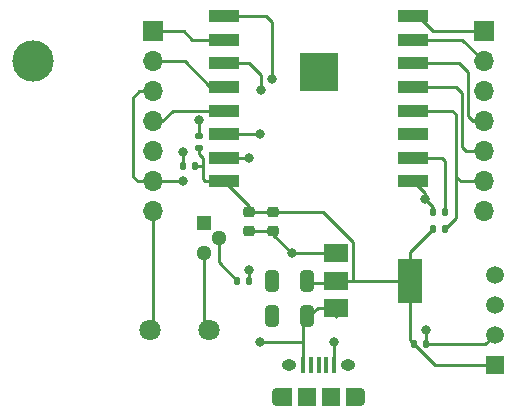
<source format=gbr>
%TF.GenerationSoftware,KiCad,Pcbnew,6.0.8-f2edbf62ab~116~ubuntu22.04.1*%
%TF.CreationDate,2022-10-18T20:55:33+08:00*%
%TF.ProjectId,HMT-1,484d542d-312e-46b6-9963-61645f706362,0*%
%TF.SameCoordinates,Original*%
%TF.FileFunction,Copper,L1,Top*%
%TF.FilePolarity,Positive*%
%FSLAX46Y46*%
G04 Gerber Fmt 4.6, Leading zero omitted, Abs format (unit mm)*
G04 Created by KiCad (PCBNEW 6.0.8-f2edbf62ab~116~ubuntu22.04.1) date 2022-10-18 20:55:33*
%MOMM*%
%LPD*%
G01*
G04 APERTURE LIST*
G04 Aperture macros list*
%AMRoundRect*
0 Rectangle with rounded corners*
0 $1 Rounding radius*
0 $2 $3 $4 $5 $6 $7 $8 $9 X,Y pos of 4 corners*
0 Add a 4 corners polygon primitive as box body*
4,1,4,$2,$3,$4,$5,$6,$7,$8,$9,$2,$3,0*
0 Add four circle primitives for the rounded corners*
1,1,$1+$1,$2,$3*
1,1,$1+$1,$4,$5*
1,1,$1+$1,$6,$7*
1,1,$1+$1,$8,$9*
0 Add four rect primitives between the rounded corners*
20,1,$1+$1,$2,$3,$4,$5,0*
20,1,$1+$1,$4,$5,$6,$7,0*
20,1,$1+$1,$6,$7,$8,$9,0*
20,1,$1+$1,$8,$9,$2,$3,0*%
G04 Aperture macros list end*
%TA.AperFunction,SMDPad,CuDef*%
%ADD10RoundRect,0.135000X0.135000X0.185000X-0.135000X0.185000X-0.135000X-0.185000X0.135000X-0.185000X0*%
%TD*%
%TA.AperFunction,ComponentPad*%
%ADD11C,3.500000*%
%TD*%
%TA.AperFunction,ComponentPad*%
%ADD12C,1.800000*%
%TD*%
%TA.AperFunction,SMDPad,CuDef*%
%ADD13RoundRect,0.225000X0.250000X-0.225000X0.250000X0.225000X-0.250000X0.225000X-0.250000X-0.225000X0*%
%TD*%
%TA.AperFunction,ComponentPad*%
%ADD14R,1.700000X1.700000*%
%TD*%
%TA.AperFunction,ComponentPad*%
%ADD15O,1.700000X1.700000*%
%TD*%
%TA.AperFunction,SMDPad,CuDef*%
%ADD16RoundRect,0.250000X0.325000X0.650000X-0.325000X0.650000X-0.325000X-0.650000X0.325000X-0.650000X0*%
%TD*%
%TA.AperFunction,SMDPad,CuDef*%
%ADD17RoundRect,0.225000X-0.250000X0.225000X-0.250000X-0.225000X0.250000X-0.225000X0.250000X0.225000X0*%
%TD*%
%TA.AperFunction,SMDPad,CuDef*%
%ADD18RoundRect,0.135000X0.185000X-0.135000X0.185000X0.135000X-0.185000X0.135000X-0.185000X-0.135000X0*%
%TD*%
%TA.AperFunction,SMDPad,CuDef*%
%ADD19R,2.000000X1.500000*%
%TD*%
%TA.AperFunction,SMDPad,CuDef*%
%ADD20R,2.000000X3.800000*%
%TD*%
%TA.AperFunction,ComponentPad*%
%ADD21R,1.500000X1.500000*%
%TD*%
%TA.AperFunction,ComponentPad*%
%ADD22C,1.500000*%
%TD*%
%TA.AperFunction,SMDPad,CuDef*%
%ADD23R,0.400000X1.350000*%
%TD*%
%TA.AperFunction,SMDPad,CuDef*%
%ADD24R,1.500000X1.550000*%
%TD*%
%TA.AperFunction,ComponentPad*%
%ADD25O,0.890000X1.550000*%
%TD*%
%TA.AperFunction,ComponentPad*%
%ADD26O,1.250000X0.950000*%
%TD*%
%TA.AperFunction,SMDPad,CuDef*%
%ADD27R,1.200000X1.550000*%
%TD*%
%TA.AperFunction,ComponentPad*%
%ADD28R,1.300000X1.300000*%
%TD*%
%TA.AperFunction,ComponentPad*%
%ADD29C,1.300000*%
%TD*%
%TA.AperFunction,SMDPad,CuDef*%
%ADD30R,2.600000X1.100000*%
%TD*%
%TA.AperFunction,SMDPad,CuDef*%
%ADD31R,3.200000X3.200000*%
%TD*%
%TA.AperFunction,ViaPad*%
%ADD32C,0.800000*%
%TD*%
%TA.AperFunction,Conductor*%
%ADD33C,0.250000*%
%TD*%
G04 APERTURE END LIST*
D10*
%TO.P,R5,1*%
%TO.N,Net-(R5-Pad1)*%
X130210000Y-117600000D03*
%TO.P,R5,2*%
%TO.N,GND*%
X129190000Y-117600000D03*
%TD*%
%TO.P,R2,1*%
%TO.N,IO13*%
X113610000Y-123400000D03*
%TO.P,R2,2*%
%TO.N,Net-(Q1-Pad2)*%
X112590000Y-123400000D03*
%TD*%
D11*
%TO.P,REF\u002A\u002A,1*%
%TO.N,N/C*%
X95300000Y-104800000D03*
%TD*%
D10*
%TO.P,R1,1*%
%TO.N,IO12*%
X128610000Y-128800000D03*
%TO.P,R1,2*%
%TO.N,+3.3V*%
X127590000Y-128800000D03*
%TD*%
D12*
%TO.P,BZ1,1,-*%
%TO.N,BZV*%
X105200000Y-127600000D03*
%TO.P,BZ1,2,+*%
%TO.N,Net-(BZ1-Pad2)*%
X110200000Y-127600000D03*
%TD*%
D13*
%TO.P,C3,1*%
%TO.N,GND*%
X113600000Y-119175000D03*
%TO.P,C3,2*%
%TO.N,+3.3V*%
X113600000Y-117625000D03*
%TD*%
D14*
%TO.P,J3,1,Pin_1*%
%TO.N,TXD*%
X133470000Y-102300000D03*
D15*
%TO.P,J3,2,Pin_2*%
%TO.N,RXD*%
X133470000Y-104840000D03*
%TO.P,J3,3,Pin_3*%
%TO.N,GND*%
X133470000Y-107380000D03*
%TO.P,J3,4,Pin_4*%
%TO.N,IO5*%
X133470000Y-109920000D03*
%TO.P,J3,5,Pin_5*%
%TO.N,IO4*%
X133470000Y-112460000D03*
%TO.P,J3,6,Pin_6*%
%TO.N,IO0*%
X133470000Y-115000000D03*
%TO.P,J3,7,Pin_7*%
%TO.N,GND*%
X133470000Y-117540000D03*
%TD*%
D16*
%TO.P,C2,1*%
%TO.N,+3.3V*%
X118475000Y-123400000D03*
%TO.P,C2,2*%
%TO.N,GND*%
X115525000Y-123400000D03*
%TD*%
D10*
%TO.P,R4,1*%
%TO.N,+3.3V*%
X109010000Y-113700000D03*
%TO.P,R4,2*%
%TO.N,Net-(R4-Pad2)*%
X107990000Y-113700000D03*
%TD*%
D16*
%TO.P,C1,1*%
%TO.N,+5V*%
X118475000Y-126400000D03*
%TO.P,C1,2*%
%TO.N,GND*%
X115525000Y-126400000D03*
%TD*%
D17*
%TO.P,C4,1*%
%TO.N,+3.3V*%
X115600000Y-117625000D03*
%TO.P,C4,2*%
%TO.N,GND*%
X115600000Y-119175000D03*
%TD*%
D18*
%TO.P,R3,1*%
%TO.N,+3.3V*%
X109400000Y-112210000D03*
%TO.P,R3,2*%
%TO.N,Net-(R3-Pad2)*%
X109400000Y-111190000D03*
%TD*%
D19*
%TO.P,U2,1,GND*%
%TO.N,GND*%
X120950000Y-121100000D03*
%TO.P,U2,2,VO*%
%TO.N,+3.3V*%
X120950000Y-123400000D03*
D20*
X127250000Y-123400000D03*
D19*
%TO.P,U2,3,VI*%
%TO.N,+5V*%
X120950000Y-125700000D03*
%TD*%
D21*
%TO.P,U1,1,VDD*%
%TO.N,+3.3V*%
X134400000Y-130510000D03*
D22*
%TO.P,U1,2,DATA*%
%TO.N,IO12*%
X134400000Y-127970000D03*
%TO.P,U1,3,NULL*%
%TO.N,unconnected-(U1-Pad3)*%
X134400000Y-125430000D03*
%TO.P,U1,4,GND*%
%TO.N,GND*%
X134400000Y-122890000D03*
%TD*%
D23*
%TO.P,J1,1,VBUS*%
%TO.N,+5V*%
X118200000Y-130550000D03*
%TO.P,J1,2,D-*%
%TO.N,unconnected-(J1-Pad2)*%
X118850000Y-130550000D03*
%TO.P,J1,3,D+*%
%TO.N,unconnected-(J1-Pad3)*%
X119500000Y-130550000D03*
%TO.P,J1,4,ID*%
%TO.N,unconnected-(J1-Pad4)*%
X120150000Y-130550000D03*
%TO.P,J1,5,GND*%
%TO.N,GND*%
X120800000Y-130550000D03*
D24*
%TO.P,J1,6,Shield*%
%TO.N,unconnected-(J1-Pad6)*%
X118500000Y-133250000D03*
D25*
X116000000Y-133250000D03*
D26*
X122000000Y-130550000D03*
D27*
X122400000Y-133250000D03*
D26*
X117000000Y-130550000D03*
D25*
X123000000Y-133250000D03*
D27*
X116600000Y-133250000D03*
D24*
X120500000Y-133250000D03*
%TD*%
D10*
%TO.P,R6,1*%
%TO.N,IO0*%
X130210000Y-119000000D03*
%TO.P,R6,2*%
%TO.N,+3.3V*%
X129190000Y-119000000D03*
%TD*%
D14*
%TO.P,J2,1,Pin_1*%
%TO.N,ADC*%
X105500000Y-102300000D03*
D15*
%TO.P,J2,2,Pin_2*%
%TO.N,IO16*%
X105500000Y-104840000D03*
%TO.P,J2,3,Pin_3*%
%TO.N,+5V*%
X105500000Y-107380000D03*
%TO.P,J2,4,Pin_4*%
%TO.N,IO14*%
X105500000Y-109920000D03*
%TO.P,J2,5,Pin_5*%
%TO.N,GND*%
X105500000Y-112460000D03*
%TO.P,J2,6,Pin_6*%
%TO.N,+5V*%
X105500000Y-115000000D03*
%TO.P,J2,7,Pin_7*%
%TO.N,BZV*%
X105500000Y-117540000D03*
%TD*%
D28*
%TO.P,Q1,1,E*%
%TO.N,GND*%
X109740000Y-118530000D03*
D29*
%TO.P,Q1,2,B*%
%TO.N,Net-(Q1-Pad2)*%
X111010000Y-119800000D03*
%TO.P,Q1,3,C*%
%TO.N,Net-(BZ1-Pad2)*%
X109740000Y-121070000D03*
%TD*%
D30*
%TO.P,U3,1,RST*%
%TO.N,Net-(R3-Pad2)*%
X111500000Y-101000000D03*
%TO.P,U3,2,ADC*%
%TO.N,ADC*%
X111500000Y-103000000D03*
%TO.P,U3,3,EN*%
%TO.N,Net-(R4-Pad2)*%
X111500000Y-105000000D03*
%TO.P,U3,4,GPIO16*%
%TO.N,IO16*%
X111500000Y-107000000D03*
%TO.P,U3,5,GPIO14*%
%TO.N,IO14*%
X111500000Y-109000000D03*
%TO.P,U3,6,GPIO12*%
%TO.N,IO12*%
X111500000Y-111000000D03*
%TO.P,U3,7,GPIO13*%
%TO.N,IO13*%
X111500000Y-113000000D03*
%TO.P,U3,8,VCC*%
%TO.N,+3.3V*%
X111500000Y-115000000D03*
%TO.P,U3,9,GND*%
%TO.N,GND*%
X127500000Y-115000000D03*
%TO.P,U3,10,GPIO15*%
%TO.N,Net-(R5-Pad1)*%
X127500000Y-113000000D03*
%TO.P,U3,11,GPIO2*%
%TO.N,unconnected-(U3-Pad11)*%
X127500000Y-111000000D03*
%TO.P,U3,12,GPIO0*%
%TO.N,IO0*%
X127500000Y-109000000D03*
%TO.P,U3,13,GPIO4*%
%TO.N,IO4*%
X127500000Y-107000000D03*
%TO.P,U3,14,GPIO5*%
%TO.N,IO5*%
X127500000Y-105000000D03*
%TO.P,U3,15,RXD0*%
%TO.N,RXD*%
X127500000Y-103000000D03*
%TO.P,U3,16,TXD0*%
%TO.N,TXD*%
X127500000Y-101000000D03*
D31*
%TO.P,U3,P$1,P$1*%
%TO.N,unconnected-(U3-PadP$1)*%
X119500000Y-105700000D03*
%TD*%
D32*
%TO.N,+5V*%
X108000000Y-115000000D03*
X114500000Y-128600000D03*
%TO.N,GND*%
X120800000Y-128600000D03*
X128500000Y-116500000D03*
X117200000Y-121100000D03*
%TO.N,IO12*%
X114500000Y-111000000D03*
X128600000Y-127600000D03*
%TO.N,IO13*%
X113600000Y-113000000D03*
X113600000Y-122500000D03*
%TO.N,Net-(R3-Pad2)*%
X115500000Y-106300000D03*
X109400000Y-109800000D03*
%TO.N,Net-(R4-Pad2)*%
X114600000Y-107300000D03*
X108000000Y-112500000D03*
%TD*%
D33*
%TO.N,+3.3V*%
X109010000Y-113700000D02*
X109600000Y-113700000D01*
X129300000Y-130510000D02*
X134400000Y-130510000D01*
X129190000Y-119000000D02*
X127250000Y-120940000D01*
X127590000Y-128800000D02*
X129300000Y-130510000D01*
X109700000Y-114800000D02*
X109900000Y-115000000D01*
X109600000Y-113700000D02*
X109700000Y-113800000D01*
X118575000Y-123600000D02*
X120750000Y-123600000D01*
X127590000Y-128800000D02*
X127250000Y-128460000D01*
X109700000Y-113000000D02*
X109700000Y-113800000D01*
X115600000Y-117625000D02*
X119875000Y-117625000D01*
X120950000Y-123400000D02*
X122400000Y-123400000D01*
X109400000Y-112210000D02*
X109400000Y-112700000D01*
X111500000Y-115000000D02*
X113600000Y-117100000D01*
X113600000Y-117100000D02*
X113600000Y-117625000D01*
X113600000Y-117625000D02*
X115600000Y-117625000D01*
X119875000Y-117625000D02*
X122400000Y-120150000D01*
X109700000Y-113800000D02*
X109700000Y-114800000D01*
X109400000Y-112700000D02*
X109700000Y-113000000D01*
X122400000Y-123400000D02*
X127250000Y-123400000D01*
X127250000Y-128460000D02*
X127250000Y-123400000D01*
X127250000Y-120940000D02*
X127250000Y-123400000D01*
X122400000Y-120150000D02*
X122400000Y-123400000D01*
X109900000Y-115000000D02*
X111500000Y-115000000D01*
%TO.N,+5V*%
X118200000Y-128600000D02*
X118200000Y-126675000D01*
X120950000Y-126450000D02*
X120950000Y-125700000D01*
X114500000Y-128600000D02*
X118200000Y-128600000D01*
X104200000Y-115000000D02*
X105700000Y-115000000D01*
X119400000Y-125700000D02*
X120950000Y-125700000D01*
X105700000Y-107380000D02*
X104320000Y-107380000D01*
X108000000Y-115000000D02*
X106230000Y-115000000D01*
X118700000Y-126400000D02*
X119400000Y-125700000D01*
X104320000Y-107380000D02*
X103800000Y-107900000D01*
X118200000Y-126675000D02*
X118475000Y-126400000D01*
X103800000Y-114600000D02*
X104200000Y-115000000D01*
X118200000Y-130550000D02*
X118200000Y-128600000D01*
X103800000Y-107900000D02*
X103800000Y-114600000D01*
%TO.N,GND*%
X115600000Y-119500000D02*
X117200000Y-121100000D01*
X120800000Y-130550000D02*
X120800000Y-128600000D01*
X117200000Y-121100000D02*
X120950000Y-121100000D01*
X128500000Y-116500000D02*
X128500000Y-116000000D01*
X128500000Y-116000000D02*
X127500000Y-115000000D01*
X129190000Y-117190000D02*
X128500000Y-116500000D01*
X113600000Y-119175000D02*
X115600000Y-119175000D01*
X129190000Y-117600000D02*
X129190000Y-117190000D01*
%TO.N,ADC*%
X105700000Y-102300000D02*
X108100000Y-102300000D01*
X108800000Y-103000000D02*
X111500000Y-103000000D01*
X108100000Y-102300000D02*
X108800000Y-103000000D01*
%TO.N,Net-(BZ1-Pad2)*%
X109740000Y-121070000D02*
X109740000Y-127140000D01*
%TO.N,Net-(Q1-Pad2)*%
X111010000Y-119800000D02*
X111010000Y-121820000D01*
X111010000Y-121820000D02*
X112590000Y-123400000D01*
%TO.N,BZV*%
X105500000Y-117540000D02*
X105500000Y-127300000D01*
%TO.N,IO16*%
X106230000Y-104840000D02*
X108140000Y-104840000D01*
X108140000Y-104840000D02*
X110300000Y-107000000D01*
X110300000Y-107000000D02*
X112200000Y-107000000D01*
%TO.N,IO14*%
X106230000Y-109920000D02*
X107150000Y-109000000D01*
X107150000Y-109000000D02*
X112200000Y-109000000D01*
%TO.N,IO5*%
X127500000Y-105000000D02*
X131400000Y-105000000D01*
X132520000Y-109920000D02*
X133470000Y-109920000D01*
X132100000Y-109500000D02*
X132520000Y-109920000D01*
X131400000Y-105000000D02*
X132100000Y-105700000D01*
X132100000Y-105700000D02*
X132100000Y-109500000D01*
%TO.N,TXD*%
X129200000Y-102300000D02*
X133470000Y-102300000D01*
X127900000Y-101000000D02*
X129200000Y-102300000D01*
%TO.N,RXD*%
X127500000Y-103000000D02*
X131630000Y-103000000D01*
X131630000Y-103000000D02*
X133470000Y-104840000D01*
%TO.N,IO4*%
X131960000Y-112460000D02*
X133470000Y-112460000D01*
X131100000Y-107000000D02*
X131600000Y-107500000D01*
X131600000Y-107500000D02*
X131600000Y-112100000D01*
X131600000Y-112100000D02*
X131960000Y-112460000D01*
X127500000Y-107000000D02*
X131100000Y-107000000D01*
%TO.N,IO0*%
X131100000Y-109300000D02*
X131100000Y-114600000D01*
X131100000Y-118110000D02*
X131100000Y-114600000D01*
X131500000Y-115000000D02*
X133470000Y-115000000D01*
X130210000Y-119000000D02*
X131100000Y-118110000D01*
X131100000Y-114600000D02*
X131500000Y-115000000D01*
X130800000Y-109000000D02*
X131100000Y-109300000D01*
X127500000Y-109000000D02*
X130800000Y-109000000D01*
%TO.N,IO12*%
X111500000Y-111000000D02*
X114500000Y-111000000D01*
X128600000Y-127600000D02*
X128600000Y-128790000D01*
X133570000Y-128800000D02*
X134400000Y-127970000D01*
X128610000Y-128800000D02*
X133570000Y-128800000D01*
%TO.N,IO13*%
X111500000Y-113000000D02*
X113600000Y-113000000D01*
X113600000Y-122500000D02*
X113600000Y-123390000D01*
%TO.N,Net-(R3-Pad2)*%
X115000000Y-101000000D02*
X111500000Y-101000000D01*
X109400000Y-109800000D02*
X109400000Y-111190000D01*
X115500000Y-106300000D02*
X115500000Y-101500000D01*
X115500000Y-101500000D02*
X115000000Y-101000000D01*
%TO.N,Net-(R4-Pad2)*%
X107990000Y-113700000D02*
X107990000Y-112510000D01*
X113600000Y-105000000D02*
X111500000Y-105000000D01*
X107990000Y-112510000D02*
X108000000Y-112500000D01*
X114600000Y-107300000D02*
X114600000Y-106000000D01*
X114600000Y-106000000D02*
X113600000Y-105000000D01*
%TO.N,Net-(R5-Pad1)*%
X130210000Y-113310000D02*
X130210000Y-117600000D01*
X129900000Y-113000000D02*
X130210000Y-113310000D01*
X127500000Y-113000000D02*
X129900000Y-113000000D01*
%TD*%
M02*

</source>
